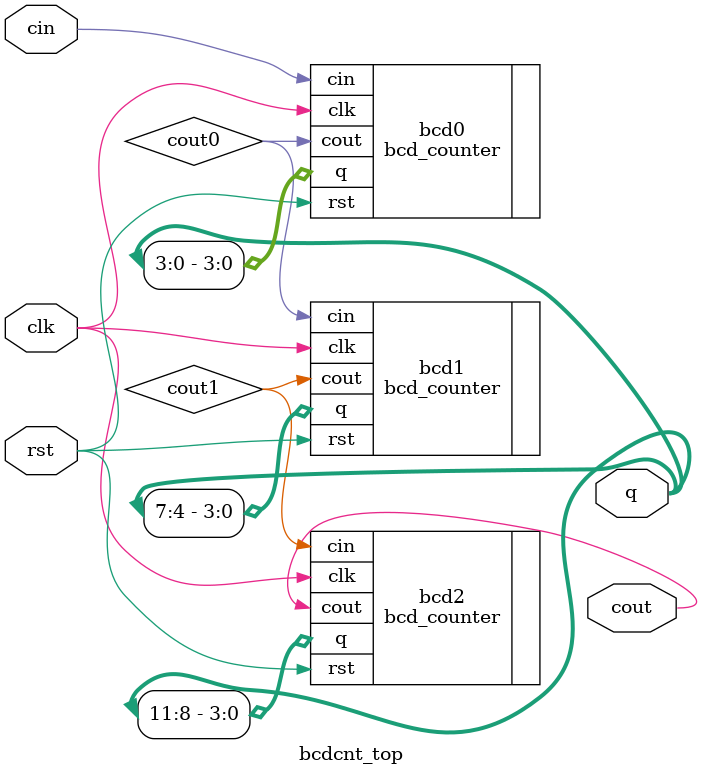
<source format=v>
module bcdcnt_top(
	clk,
	rst,
	cin,
	cout,
	q
);

input clk;
input rst;
input cin;

output cout;
output [11:0]q;

wire cout0;
wire cout1;

bcd_counter bcd0(
	.clk(clk),
	.rst(rst),
	.cin(cin),
	.cout(cout0),
	.q(q[3:0])
);
bcd_counter bcd1(
	.clk(clk),
	.rst(rst),
	.cin(cout0),
	.cout(cout1),
	.q(q[7:4])
);
bcd_counter bcd2(
	.clk(clk),
	.rst(rst),
	.cin(cout1),
	.cout(cout),
	.q(q[11:8])
);


endmodule 

</source>
